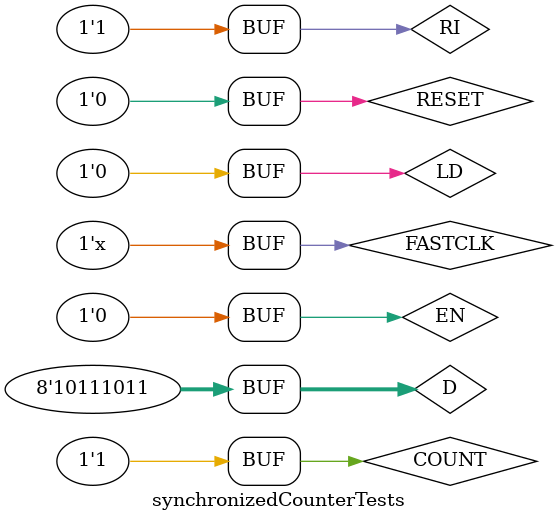
<source format=v>
`timescale 1 ns / 1 ns
`include "../../constants.v"
`include "../../testSetup.v"


module synchronizedCounterTests;
	
	reg         SLOWCLK;
	reg         RESET;
	reg         FASTCLK;
	reg         EN;
	reg         LD;
	reg         COUNT;
	reg         RI;
	reg  [7:0] D;
	wire [7:0] Q;
	wire        RO;
	
synchronizedCounter testArticle(

	.SLOWCLK(SLOWCLK),
	.FASTCLK(FASTCLK),
	.RESET(RESET),
	.EN(EN),
	.LD(LD),
	.COUNT(COUNT),
	.D(D),
	.Q(Q),
	.RI(RI),
	.RO(RO)
);

reg [2:0] phi;

always begin
	// Fast clock
	#50 FASTCLK = ~FASTCLK;
end

always @(posedge FASTCLK) begin
	phi <= phi + 1;
	if(phi == 3'b000) begin
		SLOWCLK <= ~SLOWCLK;
	end
end

initial begin
	
	phi = 3'b000;
	COUNT = 0;
	FASTCLK = 0;
	SLOWCLK = 0;
	RESET = 0;
	EN = 0;
	LD = 0;
	D = 8'h00;
	RI = 0;
	#100;
	RESET = 1;
	#100;
	RESET = 0;
	#500;
	D = 8'haa;
	#500;
	EN = 1;
	#3000;
	LD = 1;
	#1000;
	D = 8'hbb;
	#2000;
	EN = 0;
	#3000;
	LD = 0;
	#3000;
	COUNT = 1;
	#1000;
	RI = 1;
	#1000;

end

endmodule
</source>
